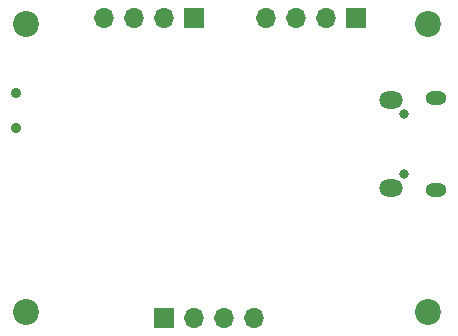
<source format=gbr>
%TF.GenerationSoftware,KiCad,Pcbnew,7.0.8*%
%TF.CreationDate,2023-11-01T19:37:33-03:00*%
%TF.ProjectId,KICAD_STM32,4b494341-445f-4535-944d-33322e6b6963,rev?*%
%TF.SameCoordinates,Original*%
%TF.FileFunction,Soldermask,Bot*%
%TF.FilePolarity,Negative*%
%FSLAX46Y46*%
G04 Gerber Fmt 4.6, Leading zero omitted, Abs format (unit mm)*
G04 Created by KiCad (PCBNEW 7.0.8) date 2023-11-01 19:37:33*
%MOMM*%
%LPD*%
G01*
G04 APERTURE LIST*
%ADD10C,2.200000*%
%ADD11O,1.800000X1.150000*%
%ADD12O,2.000000X1.450000*%
%ADD13O,0.800000X0.800000*%
%ADD14R,1.700000X1.700000*%
%ADD15O,1.700000X1.700000*%
%ADD16C,0.900000*%
G04 APERTURE END LIST*
D10*
%TO.C,H4*%
X91440000Y-18796000D03*
%TD*%
D11*
%TO.C,J1*%
X126163000Y-25086000D03*
D12*
X122363000Y-25236000D03*
X122363000Y-32686000D03*
D11*
X126163000Y-32836000D03*
D13*
X123413000Y-26461000D03*
X123413000Y-31461000D03*
%TD*%
D10*
%TO.C,H2*%
X125476000Y-43180000D03*
%TD*%
D14*
%TO.C,J4*%
X103124000Y-43688000D03*
D15*
X105664000Y-43688000D03*
X108204000Y-43688000D03*
X110744000Y-43688000D03*
%TD*%
D16*
%TO.C,SW1*%
X90602000Y-24600000D03*
X90602000Y-27600000D03*
%TD*%
D14*
%TO.C,J3*%
X105664000Y-18288000D03*
D15*
X103124000Y-18288000D03*
X100584000Y-18288000D03*
X98044000Y-18288000D03*
%TD*%
D10*
%TO.C,H1*%
X91440000Y-43180000D03*
%TD*%
%TO.C,H3*%
X125476000Y-18796000D03*
%TD*%
D14*
%TO.C,J2*%
X119380000Y-18288000D03*
D15*
X116840000Y-18288000D03*
X114300000Y-18288000D03*
X111760000Y-18288000D03*
%TD*%
M02*

</source>
